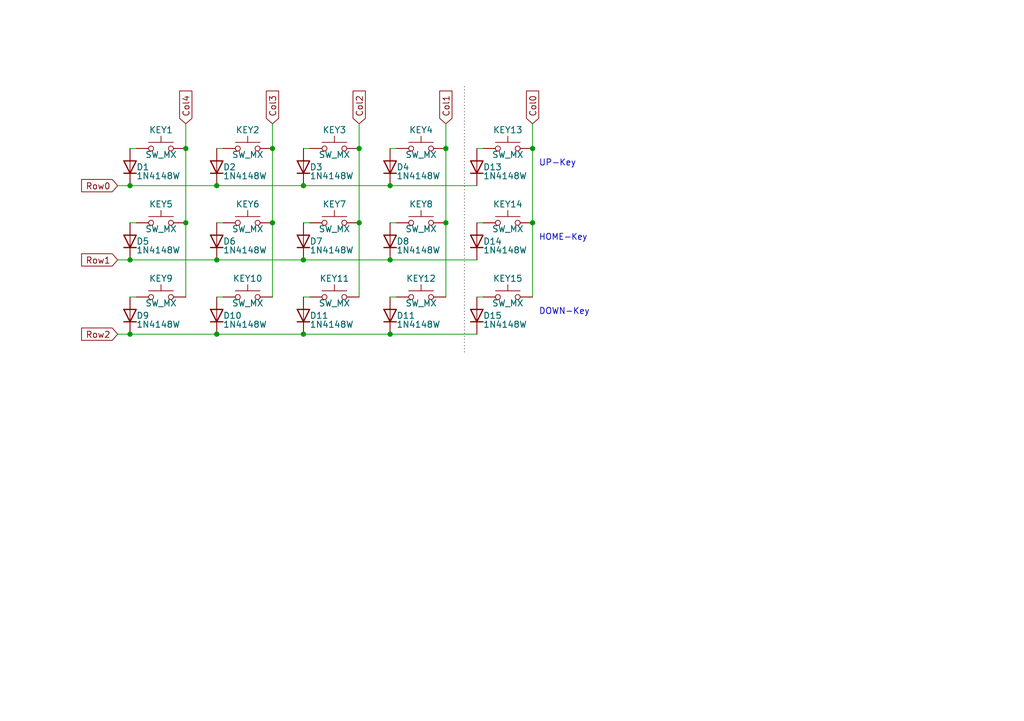
<source format=kicad_sch>
(kicad_sch (version 20211123) (generator eeschema)
  (paper "A5")
  (lib_symbols
    (symbol "Custom_Parts:SW_MX_1u" (pin_numbers hide) (pin_names (offset 1.016) hide)
      (property "Reference" "KEY" (at -2.54 3.81 0))
      (property "Value" "SW_MX_1u" (at 0 -1.524 0))
      (symbol "SW_MX_1u_0_1"
        (circle (center -2.032 0) (radius 0.508))
        (polyline (pts (xy 0 1.27) (xy 0 2.54)))
        (polyline (pts (xy 2.54 1.27) (xy -2.54 1.27)))
        (circle (center 2.032 0) (radius 0.508))
        (pin passive line (at -5.08 0 0) (length 2.54) (name "A") (number "1"))
        (pin passive line (at 5.08 0 180) (length 2.54) (name "B") (number "2"))
      )
    )
    (symbol "Device:D" (pin_numbers hide) (pin_names (offset 1.016) hide)
      (property "Reference" "D" (at 0 2.54 0))
      (property "Value" "D" (at 0 -2.54 0))
      (symbol "D_0_1"
        (polyline (pts (xy -1.27 1.27) (xy -1.27 -1.27)) (stroke (width 0.254)))
        (polyline (pts (xy 1.27 0) (xy -1.27 0)))
        (polyline (pts (xy 1.27 1.27) (xy 1.27 -1.27) (xy -1.27 0) (xy 1.27 1.27)) (stroke (width 0.254)))
      )
      (symbol "D_1_1"
        (pin passive line (at -3.81 0 0) (length 2.54) (name "K") (number "1"))
        (pin passive line (at 3.81 0 180) (length 2.54) (name "A") (number "2"))
      )
    )
  )
  (junction (at 62.23 38.1))
  (junction (at 44.45 68.58))
  (junction (at 91.44 30.48))
  (junction (at 109.22 45.72))
  (junction (at 38.1 45.72))
  (junction (at 62.23 53.34))
  (junction (at 55.88 45.72))
  (junction (at 73.66 30.48))
  (junction (at 26.67 38.1))
  (junction (at 38.1 30.48))
  (junction (at 44.45 53.34))
  (junction (at 44.45 38.1))
  (junction (at 80.01 38.1))
  (junction (at 62.23 68.58))
  (junction (at 73.66 45.72))
  (junction (at 26.67 53.34))
  (junction (at 55.88 30.48))
  (junction (at 80.01 53.34))
  (junction (at 109.22 30.48))
  (junction (at 91.44 45.72))
  (junction (at 80.01 68.58))
  (junction (at 26.67 68.58))
  (wire (pts (xy 24.13 38.1) (xy 26.67 38.1)))
  (wire (pts (xy 26.67 68.58) (xy 44.45 68.58)))
  (wire (pts (xy 91.44 45.72) (xy 91.44 60.96)))
  (wire (pts (xy 44.45 53.34) (xy 62.23 53.34)))
  (wire (pts (xy 26.67 60.96) (xy 27.94 60.96)))
  (wire (pts (xy 80.01 68.58) (xy 97.79 68.58)))
  (wire (pts (xy 97.79 60.96) (xy 99.06 60.96)))
  (wire (pts (xy 62.23 53.34) (xy 80.01 53.34)))
  (wire (pts (xy 80.01 53.34) (xy 97.79 53.34)))
  (wire (pts (xy 91.44 30.48) (xy 91.44 45.72)))
  (wire (pts (xy 73.66 30.48) (xy 73.66 45.72)))
  (wire (pts (xy 44.45 45.72) (xy 45.72 45.72)))
  (wire (pts (xy 62.23 68.58) (xy 80.01 68.58)))
  (wire (pts (xy 55.88 45.72) (xy 55.88 60.96)))
  (wire (pts (xy 62.23 30.48) (xy 63.5 30.48)))
  (wire (pts (xy 97.79 30.48) (xy 99.06 30.48)))
  (wire (pts (xy 38.1 30.48) (xy 38.1 45.72)))
  (wire (pts (xy 73.66 25.4) (xy 73.66 30.48)))
  (wire (pts (xy 26.67 30.48) (xy 27.94 30.48)))
  (wire (pts (xy 26.67 45.72) (xy 27.94 45.72)))
  (wire (pts (xy 38.1 45.72) (xy 38.1 60.96)))
  (wire (pts (xy 109.22 25.4) (xy 109.22 30.48)))
  (wire (pts (xy 44.45 38.1) (xy 62.23 38.1)))
  (wire (pts (xy 91.44 25.4) (xy 91.44 30.48)))
  (wire (pts (xy 55.88 25.4) (xy 55.88 30.48)))
  (wire (pts (xy 62.23 60.96) (xy 63.5 60.96)))
  (wire (pts (xy 62.23 38.1) (xy 80.01 38.1)))
  (polyline (pts (xy 95.25 17.78) (xy 95.25 72.39)) (stroke (width 0) (type dot) (color 16 16 16 1)))
  (wire (pts (xy 80.01 38.1) (xy 97.79 38.1)))
  (wire (pts (xy 38.1 25.4) (xy 38.1 30.48)))
  (wire (pts (xy 62.23 45.72) (xy 63.5 45.72)))
  (wire (pts (xy 80.01 60.96) (xy 81.28 60.96)))
  (wire (pts (xy 24.13 68.58) (xy 26.67 68.58)))
  (wire (pts (xy 97.79 45.72) (xy 99.06 45.72)))
  (wire (pts (xy 44.45 30.48) (xy 45.72 30.48)))
  (wire (pts (xy 109.22 30.48) (xy 109.22 45.72)))
  (wire (pts (xy 73.66 45.72) (xy 73.66 60.96)))
  (wire (pts (xy 26.67 38.1) (xy 44.45 38.1)))
  (wire (pts (xy 80.01 45.72) (xy 81.28 45.72)))
  (wire (pts (xy 44.45 60.96) (xy 45.72 60.96)))
  (wire (pts (xy 44.45 68.58) (xy 62.23 68.58)))
  (wire (pts (xy 24.13 53.34) (xy 26.67 53.34)))
  (wire (pts (xy 109.22 45.72) (xy 109.22 60.96)))
  (wire (pts (xy 55.88 30.48) (xy 55.88 45.72)))
  (wire (pts (xy 26.67 53.34) (xy 44.45 53.34)))
  (wire (pts (xy 80.01 30.48) (xy 81.28 30.48)))
  (text "HOME-Key" (at 110.49 49.53 0) (effects (font (size 1.227 1.227)) (justify left bottom)))
  (text "UP-Key" (at 110.49 34.29 0) (effects (font (size 1.27 1.27)) (justify left bottom)))
  (text "DOWN-Key" (at 110.49 64.77 0) (effects (font (size 1.27 1.27)) (justify left bottom)))
  (global_label "Col1" (shape input) (at 91.44 25.4 90) (property "Intersheet References" "${INTERSHEET_REFS}" (effects hide)))
  (global_label "Col2" (shape input) (at 73.66 25.4 90) (property "Intersheet References" "${INTERSHEET_REFS}" (effects hide)))
  (global_label "Col4" (shape input) (at 38.1 25.4 90) (property "Intersheet References" "${INTERSHEET_REFS}" (effects hide)))
  (global_label "Row1" (shape input) (at 24.13 53.34 180) (property "Intersheet References" "${INTERSHEET_REFS}" (effects hide)))
  (global_label "Row0" (shape input) (at 24.13 38.1 180) (property "Intersheet References" "${INTERSHEET_REFS}" (effects hide)))
  (global_label "Col0" (shape input) (at 109.22 25.4 90) (property "Intersheet References" "${INTERSHEET_REFS}" (effects hide)))
  (global_label "Col3" (shape input) (at 55.88 25.4 90) (property "Intersheet References" "${INTERSHEET_REFS}" (effects hide)))
  (global_label "Row2" (shape input) (at 24.13 68.58 180) (property "Intersheet References" "${INTERSHEET_REFS}" (effects hide)))
  (symbol (lib_id "Device:D") (at 44.45 64.77 90) (unit 1)
    (property "Reference" "D10" (at 45.72 64.77 90) (effects (justify right)))
    (property "Value" "1N4148W" (at 45.72 67.31 90) (effects (justify right top)))
    (property "Footprint" "Custom_Parts:D_SOD-123" (effects hide))
    (property "Datasheet" "https://www.lcsc.com/product-detail/C2892570.html" (effects hide))
    (property "Part#" "C2892570" (effects hide))
    (property "Supplier" "LCSC" (effects hide))
  )
  (symbol (lib_id "Custom_Parts:SW_MX_1u") (at 86.36 30.48 0) (unit 1)
    (property "Reference" "KEY4" (at 86.36 26.67 0))
    (property "Value" "SW_MX" (at 86.36 31.75 0))
    (property "Footprint" "Custom_Parts:SW_Cherry_MX_1.00u_PCB_CleanFront" (effects hide))
    (property "Datasheet" "https://de.aliexpress.com/item/1005003981373212.html" (effects hide))
    (property "Supplier" "AliExpress" (effects hide))
    (property "Part#" "-" (effects hide))
  )
  (symbol (lib_id "Device:D") (at 97.79 34.29 90) (unit 1)
    (property "Reference" "D13" (at 99.06 34.29 90) (effects (justify right)))
    (property "Value" "1N4148W" (at 99.06 36.83 90) (effects (justify right top)))
    (property "Footprint" "Custom_Parts:D_SOD-123" (effects hide))
    (property "Datasheet" "https://www.lcsc.com/product-detail/C2892570.html" (effects hide))
    (property "Part#" "C2892570" (effects hide))
    (property "Supplier" "LCSC" (effects hide))
  )
  (symbol (lib_id "Device:D") (at 80.01 34.29 90) (unit 1)
    (property "Reference" "D4" (at 81.28 34.29 90) (effects (justify right)))
    (property "Value" "1N4148W" (at 81.28 36.83 90) (effects (justify right top)))
    (property "Footprint" "Custom_Parts:D_SOD-123" (effects hide))
    (property "Datasheet" "https://www.lcsc.com/product-detail/C2892570.html" (effects hide))
    (property "Part#" "C2892570" (effects hide))
    (property "Supplier" "LCSC" (effects hide))
  )
  (symbol (lib_id "Device:D") (at 97.79 49.53 90) (unit 1)
    (property "Reference" "D14" (at 99.06 49.53 90) (effects (justify right)))
    (property "Value" "1N4148W" (at 99.06 52.07 90) (effects (justify right top)))
    (property "Footprint" "Custom_Parts:D_SOD-123" (effects hide))
    (property "Datasheet" "https://www.lcsc.com/product-detail/C2892570.html" (effects hide))
    (property "Part#" "C2892570" (effects hide))
    (property "Supplier" "LCSC" (effects hide))
  )
  (symbol (lib_id "Device:D") (at 97.79 64.77 90) (unit 1)
    (property "Reference" "D15" (at 99.06 64.77 90) (effects (justify right)))
    (property "Value" "1N4148W" (at 99.06 67.31 90) (effects (justify right top)))
    (property "Footprint" "Custom_Parts:D_SOD-123" (effects hide))
    (property "Datasheet" "https://www.lcsc.com/product-detail/C2892570.html" (effects hide))
    (property "Part#" "C2892570" (effects hide))
    (property "Supplier" "LCSC" (effects hide))
  )
  (symbol (lib_id "Custom_Parts:SW_MX_1u") (at 50.8 60.96 0) (unit 1)
    (property "Reference" "KEY10" (at 50.8 57.15 0))
    (property "Value" "SW_MX" (at 50.8 62.23 0))
    (property "Footprint" "Custom_Parts:SW_Cherry_MX_1.00u_PCB_CleanFront" (effects hide))
    (property "Datasheet" "https://de.aliexpress.com/item/1005003981373212.html" (effects hide))
    (property "Supplier" "AliExpress" (effects hide))
    (property "Part#" "-" (effects hide))
  )
  (symbol (lib_id "Custom_Parts:SW_MX_1u") (at 104.14 30.48 0) (unit 1)
    (property "Reference" "KEY13" (at 104.14 26.67 0))
    (property "Value" "SW_MX" (at 104.14 31.75 0))
    (property "Footprint" "Custom_Parts:SW_Cherry_MX_1.00u_PCB_CleanFront" (effects hide))
    (property "Datasheet" "https://de.aliexpress.com/item/1005003981373212.html" (effects hide))
    (property "Supplier" "AliExpress" (effects hide))
    (property "Part#" "-" (effects hide))
  )
  (symbol (lib_id "Custom_Parts:SW_MX_1u") (at 68.58 60.96 0) (unit 1)
    (property "Reference" "KEY11" (at 68.58 57.15 0))
    (property "Value" "SW_MX" (at 68.58 62.23 0))
    (property "Footprint" "Custom_Parts:SW_Cherry_MX_1.00u_PCB_CleanFront" (effects hide))
    (property "Datasheet" "https://de.aliexpress.com/item/1005003981373212.html" (effects hide))
    (property "Supplier" "AliExpress" (effects hide))
    (property "Part#" "-" (effects hide))
  )
  (symbol (lib_id "Device:D") (at 26.67 49.53 90) (unit 1)
    (property "Reference" "D5" (at 27.94 49.53 90) (effects (justify right)))
    (property "Value" "1N4148W" (at 27.94 52.07 90) (effects (justify right top)))
    (property "Footprint" "Custom_Parts:D_SOD-123" (effects hide))
    (property "Datasheet" "https://www.lcsc.com/product-detail/C2892570.html" (effects hide))
    (property "Part#" "C2892570" (effects hide))
    (property "Supplier" "LCSC" (effects hide))
  )
  (symbol (lib_id "Custom_Parts:SW_MX_1u") (at 86.36 45.72 0) (unit 1)
    (property "Reference" "KEY8" (at 86.36 41.91 0))
    (property "Value" "SW_MX" (at 86.36 46.99 0))
    (property "Footprint" "Custom_Parts:SW_Cherry_MX_1.00u_PCB_CleanFront" (effects hide))
    (property "Datasheet" "https://de.aliexpress.com/item/1005003981373212.html" (effects hide))
    (property "Supplier" "AliExpress" (effects hide))
    (property "Part#" "-" (effects hide))
  )
  (symbol (lib_id "Device:D") (at 80.01 64.77 90) (unit 1)
    (property "Reference" "D11" (at 81.28 64.77 90) (effects (justify right)))
    (property "Value" "1N4148W" (at 81.28 67.31 90) (effects (justify right top)))
    (property "Footprint" "Custom_Parts:D_SOD-123" (effects hide))
    (property "Datasheet" "https://www.lcsc.com/product-detail/C2892570.html" (effects hide))
    (property "Part#" "C2892570" (effects hide))
    (property "Supplier" "LCSC" (effects hide))
  )
  (symbol (lib_id "Device:D") (at 62.23 49.53 90) (unit 1)
    (property "Reference" "D7" (at 63.5 49.53 90) (effects (justify right)))
    (property "Value" "1N4148W" (at 63.5 52.07 90) (effects (justify right top)))
    (property "Footprint" "Custom_Parts:D_SOD-123" (effects hide))
    (property "Datasheet" "https://www.lcsc.com/product-detail/C2892570.html" (effects hide))
    (property "Part#" "C2892570" (effects hide))
    (property "Supplier" "LCSC" (effects hide))
  )
  (symbol (lib_id "Device:D") (at 44.45 49.53 90) (unit 1)
    (property "Reference" "D6" (at 45.72 49.53 90) (effects (justify right)))
    (property "Value" "1N4148W" (at 45.72 52.07 90) (effects (justify right top)))
    (property "Footprint" "Custom_Parts:D_SOD-123" (effects hide))
    (property "Datasheet" "https://www.lcsc.com/product-detail/C2892570.html" (effects hide))
    (property "Part#" "C2892570" (effects hide))
    (property "Supplier" "LCSC" (effects hide))
  )
  (symbol (lib_id "Device:D") (at 26.67 34.29 90) (unit 1)
    (property "Reference" "D1" (at 27.94 34.29 90) (effects (justify right)))
    (property "Value" "1N4148W" (at 27.94 36.83 90) (effects (justify right top)))
    (property "Footprint" "Custom_Parts:D_SOD-123" (effects hide))
    (property "Datasheet" "https://www.lcsc.com/product-detail/C2892570.html" (effects hide))
    (property "Part#" "C2892570" (effects hide))
    (property "Supplier" "LCSC" (effects hide))
  )
  (symbol (lib_id "Custom_Parts:SW_MX_1u") (at 68.58 45.72 0) (unit 1)
    (property "Reference" "KEY7" (at 68.58 41.91 0))
    (property "Value" "SW_MX" (at 68.58 46.99 0))
    (property "Footprint" "Custom_Parts:SW_Cherry_MX_1.00u_PCB_CleanFront" (effects hide))
    (property "Datasheet" "https://de.aliexpress.com/item/1005003981373212.html" (effects hide))
    (property "Supplier" "AliExpress" (effects hide))
    (property "Part#" "-" (effects hide))
  )
  (symbol (lib_id "Device:D") (at 44.45 34.29 90) (unit 1)
    (property "Reference" "D2" (at 45.72 34.29 90) (effects (justify right)))
    (property "Value" "1N4148W" (at 45.72 36.83 90) (effects (justify right top)))
    (property "Footprint" "Custom_Parts:D_SOD-123" (effects hide))
    (property "Datasheet" "https://www.lcsc.com/product-detail/C2892570.html" (effects hide))
    (property "Part#" "C2892570" (effects hide))
    (property "Supplier" "LCSC" (effects hide))
  )
  (symbol (lib_id "Custom_Parts:SW_MX_1u") (at 33.02 30.48 0) (unit 1)
    (property "Reference" "KEY1" (at 33.02 26.67 0))
    (property "Value" "SW_MX" (at 33.02 31.75 0))
    (property "Footprint" "Custom_Parts:SW_Cherry_MX_1.00u_PCB_CleanFront" (effects hide))
    (property "Datasheet" "https://de.aliexpress.com/item/1005003981373212.html" (effects hide))
    (property "Supplier" "AliExpress" (effects hide))
    (property "Part#" "-" (effects hide))
  )
  (symbol (lib_id "Device:D") (at 62.23 64.77 90) (unit 1)
    (property "Reference" "D11" (at 63.5 64.77 90) (effects (justify right)))
    (property "Value" "1N4148W" (at 63.5 67.31 90) (effects (justify right top)))
    (property "Footprint" "Custom_Parts:D_SOD-123" (effects hide))
    (property "Datasheet" "https://www.lcsc.com/product-detail/C2892570.html" (effects hide))
    (property "Part#" "C2892570" (effects hide))
    (property "Supplier" "LCSC" (effects hide))
  )
  (symbol (lib_id "Device:D") (at 62.23 34.29 90) (unit 1)
    (property "Reference" "D3" (at 63.5 34.29 90) (effects (justify right)))
    (property "Value" "1N4148W" (at 63.5 36.83 90) (effects (justify right top)))
    (property "Footprint" "Custom_Parts:D_SOD-123" (effects hide))
    (property "Datasheet" "https://www.lcsc.com/product-detail/C2892570.html" (effects hide))
    (property "Part#" "C2892570" (effects hide))
    (property "Supplier" "LCSC" (effects hide))
  )
  (symbol (lib_id "Custom_Parts:SW_MX_1u") (at 50.8 45.72 0) (unit 1)
    (property "Reference" "KEY6" (at 50.8 41.91 0))
    (property "Value" "SW_MX" (at 50.8 46.99 0))
    (property "Footprint" "Custom_Parts:SW_Cherry_MX_1.00u_PCB_CleanFront" (effects hide))
    (property "Datasheet" "https://de.aliexpress.com/item/1005003981373212.html" (effects hide))
    (property "Supplier" "AliExpress" (effects hide))
    (property "Part#" "-" (effects hide))
  )
  (symbol (lib_id "Custom_Parts:SW_MX_1u") (at 33.02 45.72 0) (unit 1)
    (property "Reference" "KEY5" (at 33.02 41.91 0))
    (property "Value" "SW_MX" (at 33.02 46.99 0))
    (property "Footprint" "Custom_Parts:SW_Cherry_MX_1.00u_PCB_CleanFront" (effects hide))
    (property "Datasheet" "https://de.aliexpress.com/item/1005003981373212.html" (effects hide))
    (property "Supplier" "AliExpress" (effects hide))
    (property "Part#" "-" (effects hide))
  )
  (symbol (lib_id "Custom_Parts:SW_MX_1u") (at 104.14 45.72 0) (unit 1)
    (property "Reference" "KEY14" (at 104.14 41.91 0))
    (property "Value" "SW_MX" (at 104.14 46.99 0))
    (property "Footprint" "Custom_Parts:SW_Cherry_MX_1.00u_PCB_CleanFront" (effects hide))
    (property "Datasheet" "https://de.aliexpress.com/item/1005003981373212.html" (effects hide))
    (property "Supplier" "AliExpress" (effects hide))
    (property "Part#" "-" (effects hide))
  )
  (symbol (lib_id "Custom_Parts:SW_MX_1u") (at 104.14 60.96 0) (unit 1)
    (property "Reference" "KEY15" (at 104.14 57.15 0))
    (property "Value" "SW_MX" (at 104.14 62.23 0))
    (property "Footprint" "Custom_Parts:SW_Cherry_MX_1.00u_PCB_CleanFront" (effects hide))
    (property "Datasheet" "https://de.aliexpress.com/item/1005003981373212.html" (effects hide))
    (property "Supplier" "AliExpress" (effects hide))
    (property "Part#" "-" (effects hide))
  )
  (symbol (lib_id "Custom_Parts:SW_MX_1u") (at 33.02 60.96 0) (unit 1)
    (property "Reference" "KEY9" (at 33.02 57.15 0))
    (property "Value" "SW_MX" (at 33.02 62.23 0))
    (property "Footprint" "Custom_Parts:SW_Cherry_MX_1.00u_PCB_CleanFront" (effects hide))
    (property "Datasheet" "https://de.aliexpress.com/item/1005003981373212.html" (effects hide))
    (property "Supplier" "AliExpress" (effects hide))
    (property "Part#" "-" (effects hide))
  )
  (symbol (lib_id "Custom_Parts:SW_MX_1u") (at 86.36 60.96 0) (unit 1)
    (property "Reference" "KEY12" (at 86.36 57.15 0))
    (property "Value" "SW_MX" (at 86.36 62.23 0))
    (property "Footprint" "Custom_Parts:SW_Cherry_MX_1.00u_PCB_CleanFront" (effects hide))
    (property "Datasheet" "https://de.aliexpress.com/item/1005003981373212.html" (effects hide))
    (property "Supplier" "AliExpress" (effects hide))
    (property "Part#" "-" (effects hide))
  )
  (symbol (lib_id "Device:D") (at 80.01 49.53 90) (unit 1)
    (property "Reference" "D8" (at 81.28 49.53 90) (effects (justify right)))
    (property "Value" "1N4148W" (at 81.28 52.07 90) (effects (justify right top)))
    (property "Footprint" "Custom_Parts:D_SOD-123" (effects hide))
    (property "Datasheet" "https://www.lcsc.com/product-detail/C2892570.html" (effects hide))
    (property "Part#" "C2892570" (effects hide))
    (property "Supplier" "LCSC" (effects hide))
  )
  (symbol (lib_id "Custom_Parts:SW_MX_1u") (at 50.8 30.48 0) (unit 1)
    (property "Reference" "KEY2" (at 50.8 26.67 0))
    (property "Value" "SW_MX" (at 50.8 31.75 0))
    (property "Footprint" "Custom_Parts:SW_Cherry_MX_1.00u_PCB_CleanFront" (effects hide))
    (property "Datasheet" "https://de.aliexpress.com/item/1005003981373212.html" (effects hide))
    (property "Supplier" "AliExpress" (effects hide))
    (property "Part#" "-" (effects hide))
  )
  (symbol (lib_id "Custom_Parts:SW_MX_1u") (at 68.58 30.48 0) (unit 1)
    (property "Reference" "KEY3" (at 68.58 26.67 0))
    (property "Value" "SW_MX" (at 68.58 31.75 0))
    (property "Footprint" "Custom_Parts:SW_Cherry_MX_1.00u_PCB_CleanFront" (effects hide))
    (property "Datasheet" "https://de.aliexpress.com/item/1005003981373212.html" (effects hide))
    (property "Supplier" "AliExpress" (effects hide))
    (property "Part#" "-" (effects hide))
  )
  (symbol (lib_id "Device:D") (at 26.67 64.77 90) (unit 1)
    (property "Reference" "D9" (at 27.94 64.77 90) (effects (justify right)))
    (property "Value" "1N4148W" (at 27.94 67.31 90) (effects (justify right top)))
    (property "Footprint" "Custom_Parts:D_SOD-123" (effects hide))
    (property "Datasheet" "https://www.lcsc.com/product-detail/C2892570.html" (effects hide))
    (property "Part#" "C2892570" (effects hide))
    (property "Supplier" "LCSC" (effects hide))
  )
)
</source>
